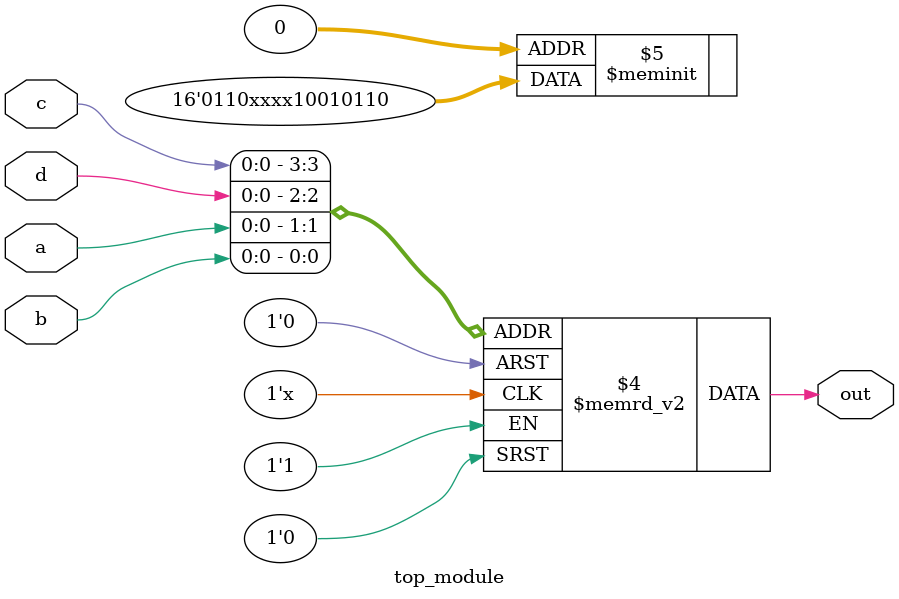
<source format=sv>
module top_module (
    input a, 
    input b,
    input c,
    input d,
    output reg out
);

always @(*) begin
    case ({c, d, a, b})
        4'b0000: out = 1'b0;
        4'b0001: out = 1'b1;
        4'b0011: out = 1'b0;
        4'b0010: out = 1'b1;
        4'b0110: out = 1'b0;
        4'b0111: out = 1'b1;
        4'b0101: out = 1'b0;
        4'b0100: out = 1'b1;
        4'b1100: out = 1'b0;
        4'b1101: out = 1'b1;
        4'b1111: out = 1'b0;
        4'b1110: out = 1'b1;
    endcase
end

endmodule

</source>
